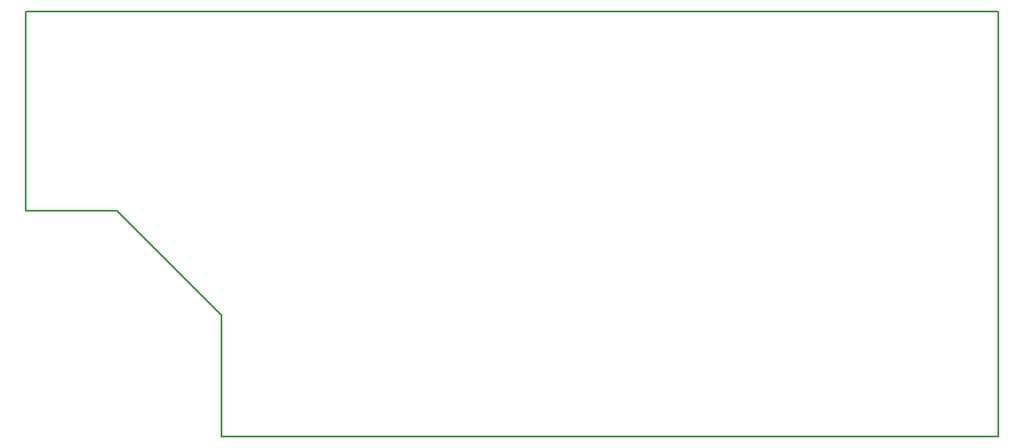
<source format=gbr>
G04 #@! TF.GenerationSoftware,KiCad,Pcbnew,(5.1.6)-1*
G04 #@! TF.CreationDate,2020-11-25T13:13:22+11:00*
G04 #@! TF.ProjectId,RWR_Control_Panel,5257525f-436f-46e7-9472-6f6c5f50616e,-*
G04 #@! TF.SameCoordinates,Original*
G04 #@! TF.FileFunction,Profile,NP*
%FSLAX46Y46*%
G04 Gerber Fmt 4.6, Leading zero omitted, Abs format (unit mm)*
G04 Created by KiCad (PCBNEW (5.1.6)-1) date 2020-11-25 13:13:22*
%MOMM*%
%LPD*%
G01*
G04 APERTURE LIST*
G04 #@! TA.AperFunction,Profile*
%ADD10C,0.200000*%
G04 #@! TD*
G04 APERTURE END LIST*
D10*
X100869750Y-81692750D02*
X193897250Y-81692750D01*
X100869750Y-100742750D02*
X100869750Y-81692750D01*
X109602250Y-100742750D02*
X100869750Y-100742750D01*
X193897250Y-122332750D02*
X119602250Y-122332750D01*
X119602250Y-122332750D02*
X119602250Y-110742750D01*
X193897250Y-81692750D02*
X193897250Y-122332750D01*
X109602250Y-100742750D02*
X119602250Y-110742750D01*
M02*

</source>
